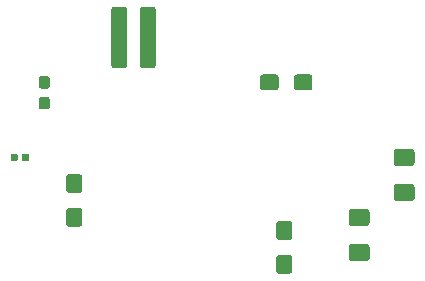
<source format=gtp>
G04 #@! TF.GenerationSoftware,KiCad,Pcbnew,5.1.2-f72e74a~84~ubuntu18.04.1*
G04 #@! TF.CreationDate,2019-06-13T09:44:25+02:00*
G04 #@! TF.ProjectId,ampli_tres_simple,616d706c-695f-4747-9265-735f73696d70,rev?*
G04 #@! TF.SameCoordinates,Original*
G04 #@! TF.FileFunction,Paste,Top*
G04 #@! TF.FilePolarity,Positive*
%FSLAX46Y46*%
G04 Gerber Fmt 4.6, Leading zero omitted, Abs format (unit mm)*
G04 Created by KiCad (PCBNEW 5.1.2-f72e74a~84~ubuntu18.04.1) date 2019-06-13 09:44:25*
%MOMM*%
%LPD*%
G04 APERTURE LIST*
%ADD10C,0.100000*%
%ADD11C,1.425000*%
%ADD12C,1.325000*%
%ADD13C,1.350000*%
%ADD14C,0.950000*%
%ADD15C,0.590000*%
G04 APERTURE END LIST*
D10*
G36*
X172099504Y-138153704D02*
G01*
X172123773Y-138157304D01*
X172147571Y-138163265D01*
X172170671Y-138171530D01*
X172192849Y-138182020D01*
X172213893Y-138194633D01*
X172233598Y-138209247D01*
X172251777Y-138225723D01*
X172268253Y-138243902D01*
X172282867Y-138263607D01*
X172295480Y-138284651D01*
X172305970Y-138306829D01*
X172314235Y-138329929D01*
X172320196Y-138353727D01*
X172323796Y-138377996D01*
X172325000Y-138402500D01*
X172325000Y-139327500D01*
X172323796Y-139352004D01*
X172320196Y-139376273D01*
X172314235Y-139400071D01*
X172305970Y-139423171D01*
X172295480Y-139445349D01*
X172282867Y-139466393D01*
X172268253Y-139486098D01*
X172251777Y-139504277D01*
X172233598Y-139520753D01*
X172213893Y-139535367D01*
X172192849Y-139547980D01*
X172170671Y-139558470D01*
X172147571Y-139566735D01*
X172123773Y-139572696D01*
X172099504Y-139576296D01*
X172075000Y-139577500D01*
X170825000Y-139577500D01*
X170800496Y-139576296D01*
X170776227Y-139572696D01*
X170752429Y-139566735D01*
X170729329Y-139558470D01*
X170707151Y-139547980D01*
X170686107Y-139535367D01*
X170666402Y-139520753D01*
X170648223Y-139504277D01*
X170631747Y-139486098D01*
X170617133Y-139466393D01*
X170604520Y-139445349D01*
X170594030Y-139423171D01*
X170585765Y-139400071D01*
X170579804Y-139376273D01*
X170576204Y-139352004D01*
X170575000Y-139327500D01*
X170575000Y-138402500D01*
X170576204Y-138377996D01*
X170579804Y-138353727D01*
X170585765Y-138329929D01*
X170594030Y-138306829D01*
X170604520Y-138284651D01*
X170617133Y-138263607D01*
X170631747Y-138243902D01*
X170648223Y-138225723D01*
X170666402Y-138209247D01*
X170686107Y-138194633D01*
X170707151Y-138182020D01*
X170729329Y-138171530D01*
X170752429Y-138163265D01*
X170776227Y-138157304D01*
X170800496Y-138153704D01*
X170825000Y-138152500D01*
X172075000Y-138152500D01*
X172099504Y-138153704D01*
X172099504Y-138153704D01*
G37*
D11*
X171450000Y-138865000D03*
D10*
G36*
X172099504Y-135178704D02*
G01*
X172123773Y-135182304D01*
X172147571Y-135188265D01*
X172170671Y-135196530D01*
X172192849Y-135207020D01*
X172213893Y-135219633D01*
X172233598Y-135234247D01*
X172251777Y-135250723D01*
X172268253Y-135268902D01*
X172282867Y-135288607D01*
X172295480Y-135309651D01*
X172305970Y-135331829D01*
X172314235Y-135354929D01*
X172320196Y-135378727D01*
X172323796Y-135402996D01*
X172325000Y-135427500D01*
X172325000Y-136352500D01*
X172323796Y-136377004D01*
X172320196Y-136401273D01*
X172314235Y-136425071D01*
X172305970Y-136448171D01*
X172295480Y-136470349D01*
X172282867Y-136491393D01*
X172268253Y-136511098D01*
X172251777Y-136529277D01*
X172233598Y-136545753D01*
X172213893Y-136560367D01*
X172192849Y-136572980D01*
X172170671Y-136583470D01*
X172147571Y-136591735D01*
X172123773Y-136597696D01*
X172099504Y-136601296D01*
X172075000Y-136602500D01*
X170825000Y-136602500D01*
X170800496Y-136601296D01*
X170776227Y-136597696D01*
X170752429Y-136591735D01*
X170729329Y-136583470D01*
X170707151Y-136572980D01*
X170686107Y-136560367D01*
X170666402Y-136545753D01*
X170648223Y-136529277D01*
X170631747Y-136511098D01*
X170617133Y-136491393D01*
X170604520Y-136470349D01*
X170594030Y-136448171D01*
X170585765Y-136425071D01*
X170579804Y-136401273D01*
X170576204Y-136377004D01*
X170575000Y-136352500D01*
X170575000Y-135427500D01*
X170576204Y-135402996D01*
X170579804Y-135378727D01*
X170585765Y-135354929D01*
X170594030Y-135331829D01*
X170604520Y-135309651D01*
X170617133Y-135288607D01*
X170631747Y-135268902D01*
X170648223Y-135250723D01*
X170666402Y-135234247D01*
X170686107Y-135219633D01*
X170707151Y-135207020D01*
X170729329Y-135196530D01*
X170752429Y-135188265D01*
X170776227Y-135182304D01*
X170800496Y-135178704D01*
X170825000Y-135177500D01*
X172075000Y-135177500D01*
X172099504Y-135178704D01*
X172099504Y-135178704D01*
G37*
D11*
X171450000Y-135890000D03*
D10*
G36*
X175909504Y-133073704D02*
G01*
X175933773Y-133077304D01*
X175957571Y-133083265D01*
X175980671Y-133091530D01*
X176002849Y-133102020D01*
X176023893Y-133114633D01*
X176043598Y-133129247D01*
X176061777Y-133145723D01*
X176078253Y-133163902D01*
X176092867Y-133183607D01*
X176105480Y-133204651D01*
X176115970Y-133226829D01*
X176124235Y-133249929D01*
X176130196Y-133273727D01*
X176133796Y-133297996D01*
X176135000Y-133322500D01*
X176135000Y-134247500D01*
X176133796Y-134272004D01*
X176130196Y-134296273D01*
X176124235Y-134320071D01*
X176115970Y-134343171D01*
X176105480Y-134365349D01*
X176092867Y-134386393D01*
X176078253Y-134406098D01*
X176061777Y-134424277D01*
X176043598Y-134440753D01*
X176023893Y-134455367D01*
X176002849Y-134467980D01*
X175980671Y-134478470D01*
X175957571Y-134486735D01*
X175933773Y-134492696D01*
X175909504Y-134496296D01*
X175885000Y-134497500D01*
X174635000Y-134497500D01*
X174610496Y-134496296D01*
X174586227Y-134492696D01*
X174562429Y-134486735D01*
X174539329Y-134478470D01*
X174517151Y-134467980D01*
X174496107Y-134455367D01*
X174476402Y-134440753D01*
X174458223Y-134424277D01*
X174441747Y-134406098D01*
X174427133Y-134386393D01*
X174414520Y-134365349D01*
X174404030Y-134343171D01*
X174395765Y-134320071D01*
X174389804Y-134296273D01*
X174386204Y-134272004D01*
X174385000Y-134247500D01*
X174385000Y-133322500D01*
X174386204Y-133297996D01*
X174389804Y-133273727D01*
X174395765Y-133249929D01*
X174404030Y-133226829D01*
X174414520Y-133204651D01*
X174427133Y-133183607D01*
X174441747Y-133163902D01*
X174458223Y-133145723D01*
X174476402Y-133129247D01*
X174496107Y-133114633D01*
X174517151Y-133102020D01*
X174539329Y-133091530D01*
X174562429Y-133083265D01*
X174586227Y-133077304D01*
X174610496Y-133073704D01*
X174635000Y-133072500D01*
X175885000Y-133072500D01*
X175909504Y-133073704D01*
X175909504Y-133073704D01*
G37*
D11*
X175260000Y-133785000D03*
D10*
G36*
X175909504Y-130098704D02*
G01*
X175933773Y-130102304D01*
X175957571Y-130108265D01*
X175980671Y-130116530D01*
X176002849Y-130127020D01*
X176023893Y-130139633D01*
X176043598Y-130154247D01*
X176061777Y-130170723D01*
X176078253Y-130188902D01*
X176092867Y-130208607D01*
X176105480Y-130229651D01*
X176115970Y-130251829D01*
X176124235Y-130274929D01*
X176130196Y-130298727D01*
X176133796Y-130322996D01*
X176135000Y-130347500D01*
X176135000Y-131272500D01*
X176133796Y-131297004D01*
X176130196Y-131321273D01*
X176124235Y-131345071D01*
X176115970Y-131368171D01*
X176105480Y-131390349D01*
X176092867Y-131411393D01*
X176078253Y-131431098D01*
X176061777Y-131449277D01*
X176043598Y-131465753D01*
X176023893Y-131480367D01*
X176002849Y-131492980D01*
X175980671Y-131503470D01*
X175957571Y-131511735D01*
X175933773Y-131517696D01*
X175909504Y-131521296D01*
X175885000Y-131522500D01*
X174635000Y-131522500D01*
X174610496Y-131521296D01*
X174586227Y-131517696D01*
X174562429Y-131511735D01*
X174539329Y-131503470D01*
X174517151Y-131492980D01*
X174496107Y-131480367D01*
X174476402Y-131465753D01*
X174458223Y-131449277D01*
X174441747Y-131431098D01*
X174427133Y-131411393D01*
X174414520Y-131390349D01*
X174404030Y-131368171D01*
X174395765Y-131345071D01*
X174389804Y-131321273D01*
X174386204Y-131297004D01*
X174385000Y-131272500D01*
X174385000Y-130347500D01*
X174386204Y-130322996D01*
X174389804Y-130298727D01*
X174395765Y-130274929D01*
X174404030Y-130251829D01*
X174414520Y-130229651D01*
X174427133Y-130208607D01*
X174441747Y-130188902D01*
X174458223Y-130170723D01*
X174476402Y-130154247D01*
X174496107Y-130139633D01*
X174517151Y-130127020D01*
X174539329Y-130116530D01*
X174562429Y-130108265D01*
X174586227Y-130102304D01*
X174610496Y-130098704D01*
X174635000Y-130097500D01*
X175885000Y-130097500D01*
X175909504Y-130098704D01*
X175909504Y-130098704D01*
G37*
D11*
X175260000Y-130810000D03*
D10*
G36*
X153992005Y-118051204D02*
G01*
X154016273Y-118054804D01*
X154040072Y-118060765D01*
X154063171Y-118069030D01*
X154085350Y-118079520D01*
X154106393Y-118092132D01*
X154126099Y-118106747D01*
X154144277Y-118123223D01*
X154160753Y-118141401D01*
X154175368Y-118161107D01*
X154187980Y-118182150D01*
X154198470Y-118204329D01*
X154206735Y-118227428D01*
X154212696Y-118251227D01*
X154216296Y-118275495D01*
X154217500Y-118299999D01*
X154217500Y-123000001D01*
X154216296Y-123024505D01*
X154212696Y-123048773D01*
X154206735Y-123072572D01*
X154198470Y-123095671D01*
X154187980Y-123117850D01*
X154175368Y-123138893D01*
X154160753Y-123158599D01*
X154144277Y-123176777D01*
X154126099Y-123193253D01*
X154106393Y-123207868D01*
X154085350Y-123220480D01*
X154063171Y-123230970D01*
X154040072Y-123239235D01*
X154016273Y-123245196D01*
X153992005Y-123248796D01*
X153967501Y-123250000D01*
X153142499Y-123250000D01*
X153117995Y-123248796D01*
X153093727Y-123245196D01*
X153069928Y-123239235D01*
X153046829Y-123230970D01*
X153024650Y-123220480D01*
X153003607Y-123207868D01*
X152983901Y-123193253D01*
X152965723Y-123176777D01*
X152949247Y-123158599D01*
X152934632Y-123138893D01*
X152922020Y-123117850D01*
X152911530Y-123095671D01*
X152903265Y-123072572D01*
X152897304Y-123048773D01*
X152893704Y-123024505D01*
X152892500Y-123000001D01*
X152892500Y-118299999D01*
X152893704Y-118275495D01*
X152897304Y-118251227D01*
X152903265Y-118227428D01*
X152911530Y-118204329D01*
X152922020Y-118182150D01*
X152934632Y-118161107D01*
X152949247Y-118141401D01*
X152965723Y-118123223D01*
X152983901Y-118106747D01*
X153003607Y-118092132D01*
X153024650Y-118079520D01*
X153046829Y-118069030D01*
X153069928Y-118060765D01*
X153093727Y-118054804D01*
X153117995Y-118051204D01*
X153142499Y-118050000D01*
X153967501Y-118050000D01*
X153992005Y-118051204D01*
X153992005Y-118051204D01*
G37*
D12*
X153555000Y-120650000D03*
D10*
G36*
X151567005Y-118051204D02*
G01*
X151591273Y-118054804D01*
X151615072Y-118060765D01*
X151638171Y-118069030D01*
X151660350Y-118079520D01*
X151681393Y-118092132D01*
X151701099Y-118106747D01*
X151719277Y-118123223D01*
X151735753Y-118141401D01*
X151750368Y-118161107D01*
X151762980Y-118182150D01*
X151773470Y-118204329D01*
X151781735Y-118227428D01*
X151787696Y-118251227D01*
X151791296Y-118275495D01*
X151792500Y-118299999D01*
X151792500Y-123000001D01*
X151791296Y-123024505D01*
X151787696Y-123048773D01*
X151781735Y-123072572D01*
X151773470Y-123095671D01*
X151762980Y-123117850D01*
X151750368Y-123138893D01*
X151735753Y-123158599D01*
X151719277Y-123176777D01*
X151701099Y-123193253D01*
X151681393Y-123207868D01*
X151660350Y-123220480D01*
X151638171Y-123230970D01*
X151615072Y-123239235D01*
X151591273Y-123245196D01*
X151567005Y-123248796D01*
X151542501Y-123250000D01*
X150717499Y-123250000D01*
X150692995Y-123248796D01*
X150668727Y-123245196D01*
X150644928Y-123239235D01*
X150621829Y-123230970D01*
X150599650Y-123220480D01*
X150578607Y-123207868D01*
X150558901Y-123193253D01*
X150540723Y-123176777D01*
X150524247Y-123158599D01*
X150509632Y-123138893D01*
X150497020Y-123117850D01*
X150486530Y-123095671D01*
X150478265Y-123072572D01*
X150472304Y-123048773D01*
X150468704Y-123024505D01*
X150467500Y-123000001D01*
X150467500Y-118299999D01*
X150468704Y-118275495D01*
X150472304Y-118251227D01*
X150478265Y-118227428D01*
X150486530Y-118204329D01*
X150497020Y-118182150D01*
X150509632Y-118161107D01*
X150524247Y-118141401D01*
X150540723Y-118123223D01*
X150558901Y-118106747D01*
X150578607Y-118092132D01*
X150599650Y-118079520D01*
X150621829Y-118069030D01*
X150644928Y-118060765D01*
X150668727Y-118054804D01*
X150692995Y-118051204D01*
X150717499Y-118050000D01*
X151542501Y-118050000D01*
X151567005Y-118051204D01*
X151567005Y-118051204D01*
G37*
D12*
X151130000Y-120650000D03*
D10*
G36*
X164392005Y-123786204D02*
G01*
X164416273Y-123789804D01*
X164440072Y-123795765D01*
X164463171Y-123804030D01*
X164485350Y-123814520D01*
X164506393Y-123827132D01*
X164526099Y-123841747D01*
X164544277Y-123858223D01*
X164560753Y-123876401D01*
X164575368Y-123896107D01*
X164587980Y-123917150D01*
X164598470Y-123939329D01*
X164606735Y-123962428D01*
X164612696Y-123986227D01*
X164616296Y-124010495D01*
X164617500Y-124034999D01*
X164617500Y-124885001D01*
X164616296Y-124909505D01*
X164612696Y-124933773D01*
X164606735Y-124957572D01*
X164598470Y-124980671D01*
X164587980Y-125002850D01*
X164575368Y-125023893D01*
X164560753Y-125043599D01*
X164544277Y-125061777D01*
X164526099Y-125078253D01*
X164506393Y-125092868D01*
X164485350Y-125105480D01*
X164463171Y-125115970D01*
X164440072Y-125124235D01*
X164416273Y-125130196D01*
X164392005Y-125133796D01*
X164367501Y-125135000D01*
X163292499Y-125135000D01*
X163267995Y-125133796D01*
X163243727Y-125130196D01*
X163219928Y-125124235D01*
X163196829Y-125115970D01*
X163174650Y-125105480D01*
X163153607Y-125092868D01*
X163133901Y-125078253D01*
X163115723Y-125061777D01*
X163099247Y-125043599D01*
X163084632Y-125023893D01*
X163072020Y-125002850D01*
X163061530Y-124980671D01*
X163053265Y-124957572D01*
X163047304Y-124933773D01*
X163043704Y-124909505D01*
X163042500Y-124885001D01*
X163042500Y-124034999D01*
X163043704Y-124010495D01*
X163047304Y-123986227D01*
X163053265Y-123962428D01*
X163061530Y-123939329D01*
X163072020Y-123917150D01*
X163084632Y-123896107D01*
X163099247Y-123876401D01*
X163115723Y-123858223D01*
X163133901Y-123841747D01*
X163153607Y-123827132D01*
X163174650Y-123814520D01*
X163196829Y-123804030D01*
X163219928Y-123795765D01*
X163243727Y-123789804D01*
X163267995Y-123786204D01*
X163292499Y-123785000D01*
X164367501Y-123785000D01*
X164392005Y-123786204D01*
X164392005Y-123786204D01*
G37*
D13*
X163830000Y-124460000D03*
D10*
G36*
X167267005Y-123786204D02*
G01*
X167291273Y-123789804D01*
X167315072Y-123795765D01*
X167338171Y-123804030D01*
X167360350Y-123814520D01*
X167381393Y-123827132D01*
X167401099Y-123841747D01*
X167419277Y-123858223D01*
X167435753Y-123876401D01*
X167450368Y-123896107D01*
X167462980Y-123917150D01*
X167473470Y-123939329D01*
X167481735Y-123962428D01*
X167487696Y-123986227D01*
X167491296Y-124010495D01*
X167492500Y-124034999D01*
X167492500Y-124885001D01*
X167491296Y-124909505D01*
X167487696Y-124933773D01*
X167481735Y-124957572D01*
X167473470Y-124980671D01*
X167462980Y-125002850D01*
X167450368Y-125023893D01*
X167435753Y-125043599D01*
X167419277Y-125061777D01*
X167401099Y-125078253D01*
X167381393Y-125092868D01*
X167360350Y-125105480D01*
X167338171Y-125115970D01*
X167315072Y-125124235D01*
X167291273Y-125130196D01*
X167267005Y-125133796D01*
X167242501Y-125135000D01*
X166167499Y-125135000D01*
X166142995Y-125133796D01*
X166118727Y-125130196D01*
X166094928Y-125124235D01*
X166071829Y-125115970D01*
X166049650Y-125105480D01*
X166028607Y-125092868D01*
X166008901Y-125078253D01*
X165990723Y-125061777D01*
X165974247Y-125043599D01*
X165959632Y-125023893D01*
X165947020Y-125002850D01*
X165936530Y-124980671D01*
X165928265Y-124957572D01*
X165922304Y-124933773D01*
X165918704Y-124909505D01*
X165917500Y-124885001D01*
X165917500Y-124034999D01*
X165918704Y-124010495D01*
X165922304Y-123986227D01*
X165928265Y-123962428D01*
X165936530Y-123939329D01*
X165947020Y-123917150D01*
X165959632Y-123896107D01*
X165974247Y-123876401D01*
X165990723Y-123858223D01*
X166008901Y-123841747D01*
X166028607Y-123827132D01*
X166049650Y-123814520D01*
X166071829Y-123804030D01*
X166094928Y-123795765D01*
X166118727Y-123789804D01*
X166142995Y-123786204D01*
X166167499Y-123785000D01*
X167242501Y-123785000D01*
X167267005Y-123786204D01*
X167267005Y-123786204D01*
G37*
D13*
X166705000Y-124460000D03*
D10*
G36*
X145040779Y-125686144D02*
G01*
X145063834Y-125689563D01*
X145086443Y-125695227D01*
X145108387Y-125703079D01*
X145129457Y-125713044D01*
X145149448Y-125725026D01*
X145168168Y-125738910D01*
X145185438Y-125754562D01*
X145201090Y-125771832D01*
X145214974Y-125790552D01*
X145226956Y-125810543D01*
X145236921Y-125831613D01*
X145244773Y-125853557D01*
X145250437Y-125876166D01*
X145253856Y-125899221D01*
X145255000Y-125922500D01*
X145255000Y-126497500D01*
X145253856Y-126520779D01*
X145250437Y-126543834D01*
X145244773Y-126566443D01*
X145236921Y-126588387D01*
X145226956Y-126609457D01*
X145214974Y-126629448D01*
X145201090Y-126648168D01*
X145185438Y-126665438D01*
X145168168Y-126681090D01*
X145149448Y-126694974D01*
X145129457Y-126706956D01*
X145108387Y-126716921D01*
X145086443Y-126724773D01*
X145063834Y-126730437D01*
X145040779Y-126733856D01*
X145017500Y-126735000D01*
X144542500Y-126735000D01*
X144519221Y-126733856D01*
X144496166Y-126730437D01*
X144473557Y-126724773D01*
X144451613Y-126716921D01*
X144430543Y-126706956D01*
X144410552Y-126694974D01*
X144391832Y-126681090D01*
X144374562Y-126665438D01*
X144358910Y-126648168D01*
X144345026Y-126629448D01*
X144333044Y-126609457D01*
X144323079Y-126588387D01*
X144315227Y-126566443D01*
X144309563Y-126543834D01*
X144306144Y-126520779D01*
X144305000Y-126497500D01*
X144305000Y-125922500D01*
X144306144Y-125899221D01*
X144309563Y-125876166D01*
X144315227Y-125853557D01*
X144323079Y-125831613D01*
X144333044Y-125810543D01*
X144345026Y-125790552D01*
X144358910Y-125771832D01*
X144374562Y-125754562D01*
X144391832Y-125738910D01*
X144410552Y-125725026D01*
X144430543Y-125713044D01*
X144451613Y-125703079D01*
X144473557Y-125695227D01*
X144496166Y-125689563D01*
X144519221Y-125686144D01*
X144542500Y-125685000D01*
X145017500Y-125685000D01*
X145040779Y-125686144D01*
X145040779Y-125686144D01*
G37*
D14*
X144780000Y-126210000D03*
D10*
G36*
X145040779Y-123936144D02*
G01*
X145063834Y-123939563D01*
X145086443Y-123945227D01*
X145108387Y-123953079D01*
X145129457Y-123963044D01*
X145149448Y-123975026D01*
X145168168Y-123988910D01*
X145185438Y-124004562D01*
X145201090Y-124021832D01*
X145214974Y-124040552D01*
X145226956Y-124060543D01*
X145236921Y-124081613D01*
X145244773Y-124103557D01*
X145250437Y-124126166D01*
X145253856Y-124149221D01*
X145255000Y-124172500D01*
X145255000Y-124747500D01*
X145253856Y-124770779D01*
X145250437Y-124793834D01*
X145244773Y-124816443D01*
X145236921Y-124838387D01*
X145226956Y-124859457D01*
X145214974Y-124879448D01*
X145201090Y-124898168D01*
X145185438Y-124915438D01*
X145168168Y-124931090D01*
X145149448Y-124944974D01*
X145129457Y-124956956D01*
X145108387Y-124966921D01*
X145086443Y-124974773D01*
X145063834Y-124980437D01*
X145040779Y-124983856D01*
X145017500Y-124985000D01*
X144542500Y-124985000D01*
X144519221Y-124983856D01*
X144496166Y-124980437D01*
X144473557Y-124974773D01*
X144451613Y-124966921D01*
X144430543Y-124956956D01*
X144410552Y-124944974D01*
X144391832Y-124931090D01*
X144374562Y-124915438D01*
X144358910Y-124898168D01*
X144345026Y-124879448D01*
X144333044Y-124859457D01*
X144323079Y-124838387D01*
X144315227Y-124816443D01*
X144309563Y-124793834D01*
X144306144Y-124770779D01*
X144305000Y-124747500D01*
X144305000Y-124172500D01*
X144306144Y-124149221D01*
X144309563Y-124126166D01*
X144315227Y-124103557D01*
X144323079Y-124081613D01*
X144333044Y-124060543D01*
X144345026Y-124040552D01*
X144358910Y-124021832D01*
X144374562Y-124004562D01*
X144391832Y-123988910D01*
X144410552Y-123975026D01*
X144430543Y-123963044D01*
X144451613Y-123953079D01*
X144473557Y-123945227D01*
X144496166Y-123939563D01*
X144519221Y-123936144D01*
X144542500Y-123935000D01*
X145017500Y-123935000D01*
X145040779Y-123936144D01*
X145040779Y-123936144D01*
G37*
D14*
X144780000Y-124460000D03*
D10*
G36*
X142401958Y-130490710D02*
G01*
X142416276Y-130492834D01*
X142430317Y-130496351D01*
X142443946Y-130501228D01*
X142457031Y-130507417D01*
X142469447Y-130514858D01*
X142481073Y-130523481D01*
X142491798Y-130533202D01*
X142501519Y-130543927D01*
X142510142Y-130555553D01*
X142517583Y-130567969D01*
X142523772Y-130581054D01*
X142528649Y-130594683D01*
X142532166Y-130608724D01*
X142534290Y-130623042D01*
X142535000Y-130637500D01*
X142535000Y-130982500D01*
X142534290Y-130996958D01*
X142532166Y-131011276D01*
X142528649Y-131025317D01*
X142523772Y-131038946D01*
X142517583Y-131052031D01*
X142510142Y-131064447D01*
X142501519Y-131076073D01*
X142491798Y-131086798D01*
X142481073Y-131096519D01*
X142469447Y-131105142D01*
X142457031Y-131112583D01*
X142443946Y-131118772D01*
X142430317Y-131123649D01*
X142416276Y-131127166D01*
X142401958Y-131129290D01*
X142387500Y-131130000D01*
X142092500Y-131130000D01*
X142078042Y-131129290D01*
X142063724Y-131127166D01*
X142049683Y-131123649D01*
X142036054Y-131118772D01*
X142022969Y-131112583D01*
X142010553Y-131105142D01*
X141998927Y-131096519D01*
X141988202Y-131086798D01*
X141978481Y-131076073D01*
X141969858Y-131064447D01*
X141962417Y-131052031D01*
X141956228Y-131038946D01*
X141951351Y-131025317D01*
X141947834Y-131011276D01*
X141945710Y-130996958D01*
X141945000Y-130982500D01*
X141945000Y-130637500D01*
X141945710Y-130623042D01*
X141947834Y-130608724D01*
X141951351Y-130594683D01*
X141956228Y-130581054D01*
X141962417Y-130567969D01*
X141969858Y-130555553D01*
X141978481Y-130543927D01*
X141988202Y-130533202D01*
X141998927Y-130523481D01*
X142010553Y-130514858D01*
X142022969Y-130507417D01*
X142036054Y-130501228D01*
X142049683Y-130496351D01*
X142063724Y-130492834D01*
X142078042Y-130490710D01*
X142092500Y-130490000D01*
X142387500Y-130490000D01*
X142401958Y-130490710D01*
X142401958Y-130490710D01*
G37*
D15*
X142240000Y-130810000D03*
D10*
G36*
X143371958Y-130490710D02*
G01*
X143386276Y-130492834D01*
X143400317Y-130496351D01*
X143413946Y-130501228D01*
X143427031Y-130507417D01*
X143439447Y-130514858D01*
X143451073Y-130523481D01*
X143461798Y-130533202D01*
X143471519Y-130543927D01*
X143480142Y-130555553D01*
X143487583Y-130567969D01*
X143493772Y-130581054D01*
X143498649Y-130594683D01*
X143502166Y-130608724D01*
X143504290Y-130623042D01*
X143505000Y-130637500D01*
X143505000Y-130982500D01*
X143504290Y-130996958D01*
X143502166Y-131011276D01*
X143498649Y-131025317D01*
X143493772Y-131038946D01*
X143487583Y-131052031D01*
X143480142Y-131064447D01*
X143471519Y-131076073D01*
X143461798Y-131086798D01*
X143451073Y-131096519D01*
X143439447Y-131105142D01*
X143427031Y-131112583D01*
X143413946Y-131118772D01*
X143400317Y-131123649D01*
X143386276Y-131127166D01*
X143371958Y-131129290D01*
X143357500Y-131130000D01*
X143062500Y-131130000D01*
X143048042Y-131129290D01*
X143033724Y-131127166D01*
X143019683Y-131123649D01*
X143006054Y-131118772D01*
X142992969Y-131112583D01*
X142980553Y-131105142D01*
X142968927Y-131096519D01*
X142958202Y-131086798D01*
X142948481Y-131076073D01*
X142939858Y-131064447D01*
X142932417Y-131052031D01*
X142926228Y-131038946D01*
X142921351Y-131025317D01*
X142917834Y-131011276D01*
X142915710Y-130996958D01*
X142915000Y-130982500D01*
X142915000Y-130637500D01*
X142915710Y-130623042D01*
X142917834Y-130608724D01*
X142921351Y-130594683D01*
X142926228Y-130581054D01*
X142932417Y-130567969D01*
X142939858Y-130555553D01*
X142948481Y-130543927D01*
X142958202Y-130533202D01*
X142968927Y-130523481D01*
X142980553Y-130514858D01*
X142992969Y-130507417D01*
X143006054Y-130501228D01*
X143019683Y-130496351D01*
X143033724Y-130492834D01*
X143048042Y-130490710D01*
X143062500Y-130490000D01*
X143357500Y-130490000D01*
X143371958Y-130490710D01*
X143371958Y-130490710D01*
G37*
D15*
X143210000Y-130810000D03*
D10*
G36*
X165549505Y-139081204D02*
G01*
X165573773Y-139084804D01*
X165597572Y-139090765D01*
X165620671Y-139099030D01*
X165642850Y-139109520D01*
X165663893Y-139122132D01*
X165683599Y-139136747D01*
X165701777Y-139153223D01*
X165718253Y-139171401D01*
X165732868Y-139191107D01*
X165745480Y-139212150D01*
X165755970Y-139234329D01*
X165764235Y-139257428D01*
X165770196Y-139281227D01*
X165773796Y-139305495D01*
X165775000Y-139329999D01*
X165775000Y-140405001D01*
X165773796Y-140429505D01*
X165770196Y-140453773D01*
X165764235Y-140477572D01*
X165755970Y-140500671D01*
X165745480Y-140522850D01*
X165732868Y-140543893D01*
X165718253Y-140563599D01*
X165701777Y-140581777D01*
X165683599Y-140598253D01*
X165663893Y-140612868D01*
X165642850Y-140625480D01*
X165620671Y-140635970D01*
X165597572Y-140644235D01*
X165573773Y-140650196D01*
X165549505Y-140653796D01*
X165525001Y-140655000D01*
X164674999Y-140655000D01*
X164650495Y-140653796D01*
X164626227Y-140650196D01*
X164602428Y-140644235D01*
X164579329Y-140635970D01*
X164557150Y-140625480D01*
X164536107Y-140612868D01*
X164516401Y-140598253D01*
X164498223Y-140581777D01*
X164481747Y-140563599D01*
X164467132Y-140543893D01*
X164454520Y-140522850D01*
X164444030Y-140500671D01*
X164435765Y-140477572D01*
X164429804Y-140453773D01*
X164426204Y-140429505D01*
X164425000Y-140405001D01*
X164425000Y-139329999D01*
X164426204Y-139305495D01*
X164429804Y-139281227D01*
X164435765Y-139257428D01*
X164444030Y-139234329D01*
X164454520Y-139212150D01*
X164467132Y-139191107D01*
X164481747Y-139171401D01*
X164498223Y-139153223D01*
X164516401Y-139136747D01*
X164536107Y-139122132D01*
X164557150Y-139109520D01*
X164579329Y-139099030D01*
X164602428Y-139090765D01*
X164626227Y-139084804D01*
X164650495Y-139081204D01*
X164674999Y-139080000D01*
X165525001Y-139080000D01*
X165549505Y-139081204D01*
X165549505Y-139081204D01*
G37*
D13*
X165100000Y-139867500D03*
D10*
G36*
X165549505Y-136206204D02*
G01*
X165573773Y-136209804D01*
X165597572Y-136215765D01*
X165620671Y-136224030D01*
X165642850Y-136234520D01*
X165663893Y-136247132D01*
X165683599Y-136261747D01*
X165701777Y-136278223D01*
X165718253Y-136296401D01*
X165732868Y-136316107D01*
X165745480Y-136337150D01*
X165755970Y-136359329D01*
X165764235Y-136382428D01*
X165770196Y-136406227D01*
X165773796Y-136430495D01*
X165775000Y-136454999D01*
X165775000Y-137530001D01*
X165773796Y-137554505D01*
X165770196Y-137578773D01*
X165764235Y-137602572D01*
X165755970Y-137625671D01*
X165745480Y-137647850D01*
X165732868Y-137668893D01*
X165718253Y-137688599D01*
X165701777Y-137706777D01*
X165683599Y-137723253D01*
X165663893Y-137737868D01*
X165642850Y-137750480D01*
X165620671Y-137760970D01*
X165597572Y-137769235D01*
X165573773Y-137775196D01*
X165549505Y-137778796D01*
X165525001Y-137780000D01*
X164674999Y-137780000D01*
X164650495Y-137778796D01*
X164626227Y-137775196D01*
X164602428Y-137769235D01*
X164579329Y-137760970D01*
X164557150Y-137750480D01*
X164536107Y-137737868D01*
X164516401Y-137723253D01*
X164498223Y-137706777D01*
X164481747Y-137688599D01*
X164467132Y-137668893D01*
X164454520Y-137647850D01*
X164444030Y-137625671D01*
X164435765Y-137602572D01*
X164429804Y-137578773D01*
X164426204Y-137554505D01*
X164425000Y-137530001D01*
X164425000Y-136454999D01*
X164426204Y-136430495D01*
X164429804Y-136406227D01*
X164435765Y-136382428D01*
X164444030Y-136359329D01*
X164454520Y-136337150D01*
X164467132Y-136316107D01*
X164481747Y-136296401D01*
X164498223Y-136278223D01*
X164516401Y-136261747D01*
X164536107Y-136247132D01*
X164557150Y-136234520D01*
X164579329Y-136224030D01*
X164602428Y-136215765D01*
X164626227Y-136209804D01*
X164650495Y-136206204D01*
X164674999Y-136205000D01*
X165525001Y-136205000D01*
X165549505Y-136206204D01*
X165549505Y-136206204D01*
G37*
D13*
X165100000Y-136992500D03*
D10*
G36*
X147769505Y-135103704D02*
G01*
X147793773Y-135107304D01*
X147817572Y-135113265D01*
X147840671Y-135121530D01*
X147862850Y-135132020D01*
X147883893Y-135144632D01*
X147903599Y-135159247D01*
X147921777Y-135175723D01*
X147938253Y-135193901D01*
X147952868Y-135213607D01*
X147965480Y-135234650D01*
X147975970Y-135256829D01*
X147984235Y-135279928D01*
X147990196Y-135303727D01*
X147993796Y-135327995D01*
X147995000Y-135352499D01*
X147995000Y-136427501D01*
X147993796Y-136452005D01*
X147990196Y-136476273D01*
X147984235Y-136500072D01*
X147975970Y-136523171D01*
X147965480Y-136545350D01*
X147952868Y-136566393D01*
X147938253Y-136586099D01*
X147921777Y-136604277D01*
X147903599Y-136620753D01*
X147883893Y-136635368D01*
X147862850Y-136647980D01*
X147840671Y-136658470D01*
X147817572Y-136666735D01*
X147793773Y-136672696D01*
X147769505Y-136676296D01*
X147745001Y-136677500D01*
X146894999Y-136677500D01*
X146870495Y-136676296D01*
X146846227Y-136672696D01*
X146822428Y-136666735D01*
X146799329Y-136658470D01*
X146777150Y-136647980D01*
X146756107Y-136635368D01*
X146736401Y-136620753D01*
X146718223Y-136604277D01*
X146701747Y-136586099D01*
X146687132Y-136566393D01*
X146674520Y-136545350D01*
X146664030Y-136523171D01*
X146655765Y-136500072D01*
X146649804Y-136476273D01*
X146646204Y-136452005D01*
X146645000Y-136427501D01*
X146645000Y-135352499D01*
X146646204Y-135327995D01*
X146649804Y-135303727D01*
X146655765Y-135279928D01*
X146664030Y-135256829D01*
X146674520Y-135234650D01*
X146687132Y-135213607D01*
X146701747Y-135193901D01*
X146718223Y-135175723D01*
X146736401Y-135159247D01*
X146756107Y-135144632D01*
X146777150Y-135132020D01*
X146799329Y-135121530D01*
X146822428Y-135113265D01*
X146846227Y-135107304D01*
X146870495Y-135103704D01*
X146894999Y-135102500D01*
X147745001Y-135102500D01*
X147769505Y-135103704D01*
X147769505Y-135103704D01*
G37*
D13*
X147320000Y-135890000D03*
D10*
G36*
X147769505Y-132228704D02*
G01*
X147793773Y-132232304D01*
X147817572Y-132238265D01*
X147840671Y-132246530D01*
X147862850Y-132257020D01*
X147883893Y-132269632D01*
X147903599Y-132284247D01*
X147921777Y-132300723D01*
X147938253Y-132318901D01*
X147952868Y-132338607D01*
X147965480Y-132359650D01*
X147975970Y-132381829D01*
X147984235Y-132404928D01*
X147990196Y-132428727D01*
X147993796Y-132452995D01*
X147995000Y-132477499D01*
X147995000Y-133552501D01*
X147993796Y-133577005D01*
X147990196Y-133601273D01*
X147984235Y-133625072D01*
X147975970Y-133648171D01*
X147965480Y-133670350D01*
X147952868Y-133691393D01*
X147938253Y-133711099D01*
X147921777Y-133729277D01*
X147903599Y-133745753D01*
X147883893Y-133760368D01*
X147862850Y-133772980D01*
X147840671Y-133783470D01*
X147817572Y-133791735D01*
X147793773Y-133797696D01*
X147769505Y-133801296D01*
X147745001Y-133802500D01*
X146894999Y-133802500D01*
X146870495Y-133801296D01*
X146846227Y-133797696D01*
X146822428Y-133791735D01*
X146799329Y-133783470D01*
X146777150Y-133772980D01*
X146756107Y-133760368D01*
X146736401Y-133745753D01*
X146718223Y-133729277D01*
X146701747Y-133711099D01*
X146687132Y-133691393D01*
X146674520Y-133670350D01*
X146664030Y-133648171D01*
X146655765Y-133625072D01*
X146649804Y-133601273D01*
X146646204Y-133577005D01*
X146645000Y-133552501D01*
X146645000Y-132477499D01*
X146646204Y-132452995D01*
X146649804Y-132428727D01*
X146655765Y-132404928D01*
X146664030Y-132381829D01*
X146674520Y-132359650D01*
X146687132Y-132338607D01*
X146701747Y-132318901D01*
X146718223Y-132300723D01*
X146736401Y-132284247D01*
X146756107Y-132269632D01*
X146777150Y-132257020D01*
X146799329Y-132246530D01*
X146822428Y-132238265D01*
X146846227Y-132232304D01*
X146870495Y-132228704D01*
X146894999Y-132227500D01*
X147745001Y-132227500D01*
X147769505Y-132228704D01*
X147769505Y-132228704D01*
G37*
D13*
X147320000Y-133015000D03*
M02*

</source>
